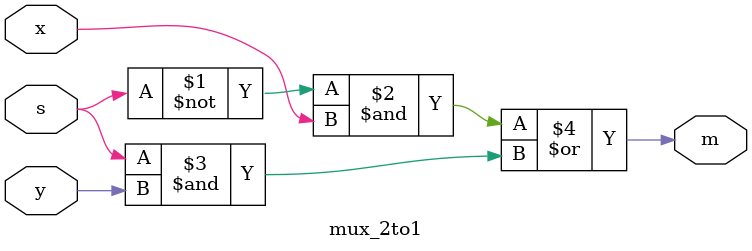
<source format=v>
`timescale 1ns / 1ps


module mux_2to1(
    input x,
    input y,
    input s,
    output m
    );
    
    assign m = (~s & x) | (s & y);
endmodule

</source>
